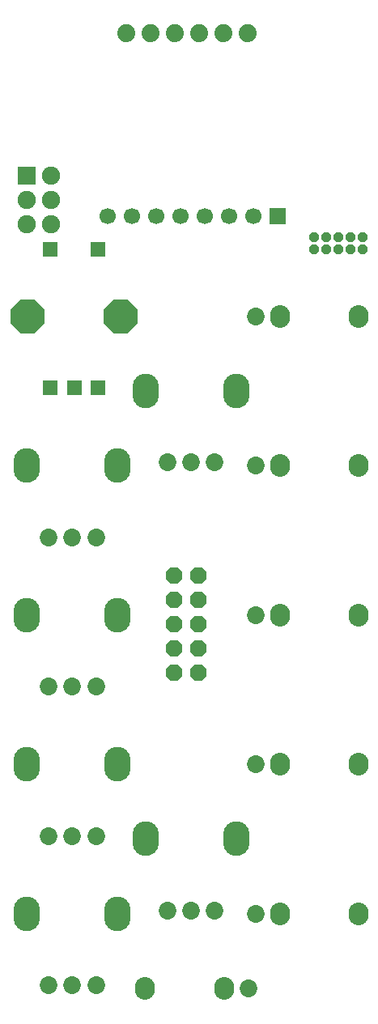
<source format=gbr>
G04 DipTrace 3.0.0.2*
G04 BottomMask.gbr*
%MOIN*%
G04 #@! TF.FileFunction,Soldermask,Bot*
G04 #@! TF.Part,Single*
%AMOUTLINE9*5,1,8,0,0,0.074,67.500816*%
%AMOUTLINE10*5,1,8,0,0,0.044,-202.498927*%
%AMOUTLINE14*5,1,8,0,0,0.150237,-157.499867*%
%ADD35R,0.066929X0.066929*%
%ADD36C,0.066929*%
%ADD37C,0.074*%
%ADD42R,0.05937X0.05937*%
%ADD78O,0.107874X0.142874*%
%ADD86C,0.074803*%
%ADD87R,0.074803X0.074803*%
%ADD90C,0.072874*%
%ADD92O,0.082874X0.092874*%
%ADD117OUTLINE9*%
%ADD118OUTLINE10*%
%ADD122OUTLINE14*%
%FSLAX26Y26*%
G04*
G70*
G90*
G75*
G01*
G04 BotMask*
%LPD*%
D92*
X1522587Y2127902D3*
X1847587D3*
D90*
X1422587D3*
D92*
X1522587Y2742902D3*
X1847587D3*
D90*
X1422587D3*
D92*
X1522587Y1512902D3*
X1847587D3*
D90*
X1422587D3*
D92*
X1293002Y590074D3*
X968002D3*
D90*
X1393002D3*
D35*
X1514601Y3769301D3*
D36*
X1414601D3*
X1314601D3*
X1214601D3*
X1114601D3*
X1014601D3*
X914601D3*
X814601D3*
D87*
X479810Y3937828D3*
D86*
X579810D3*
X479810Y3837828D3*
X579810D3*
X479810Y3737828D3*
X579810D3*
D92*
X1522587Y3357953D3*
X1847587D3*
D90*
X1422587D3*
D92*
X1522587Y897902D3*
X1847587D3*
D90*
X1422587D3*
D117*
X1186541Y1890007D3*
X1086541D3*
X1186541Y1990007D3*
X1086541D3*
X1186541Y2090007D3*
X1086541D3*
X1186541Y2190007D3*
X1086541D3*
X1186541Y2290007D3*
X1086541D3*
D118*
X1861580Y3683239D3*
Y3633239D3*
X1811580Y3683239D3*
Y3633239D3*
X1761580Y3683239D3*
Y3633239D3*
X1711580Y3683239D3*
Y3633239D3*
X1661580Y3683239D3*
Y3633239D3*
D37*
X891142Y4524517D3*
X991142D3*
X1091142D3*
X1191142D3*
X1291142D3*
X1391142D3*
D90*
X1254400Y2755423D3*
X1156400Y2755147D3*
X1058400Y2755423D3*
D78*
X969400Y3050423D3*
X1343400D3*
D90*
X765837Y2447902D3*
X667837Y2447626D3*
X569837Y2447902D3*
D78*
X480837Y2742902D3*
X854837D3*
D90*
X765837Y1832902D3*
X667837Y1832626D3*
X569837Y1832902D3*
D78*
X480837Y2127902D3*
X854837D3*
D90*
X765837Y1217902D3*
X667837Y1217626D3*
X569837Y1217902D3*
D78*
X480837Y1512902D3*
X854837D3*
D90*
X1254400Y910402D3*
X1156400Y910126D3*
X1058400Y910402D3*
D78*
X969400Y1205402D3*
X1343400D3*
D90*
X765837Y602902D3*
X667837Y602626D3*
X569837Y602902D3*
D78*
X480837Y897902D3*
X854837D3*
D42*
X773427Y3062677D3*
X576576D3*
X675002D3*
X773427Y3633544D3*
X576576D3*
D122*
X867915Y3357953D3*
X482088D3*
M02*

</source>
